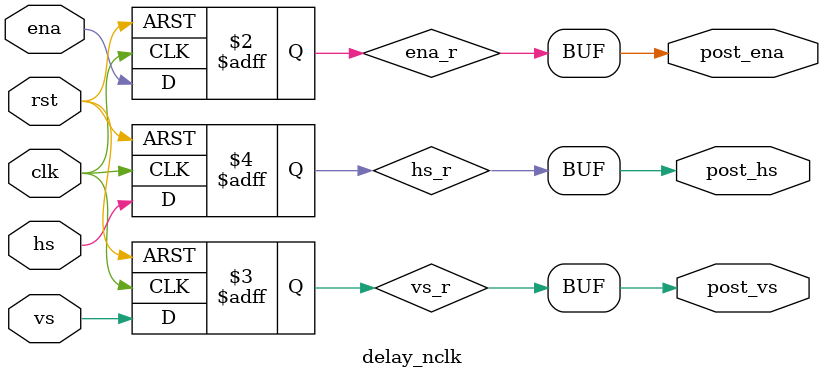
<source format=v>
`timescale 1ns / 1ps


module delay_nclk
#(
	parameter N = 1 	//延迟多少个clk
)
(
	input clk,
	input rst,
    input hs,
    input vs,
    input ena,
    output post_hs,
    output post_vs,
    output post_ena
    );
		
	reg [N - 1:0] ena_r;
	reg [N - 1:0] vs_r;
	reg [N - 1:0] hs_r;
	always@(posedge clk or posedge rst)
	begin
		if(rst)
		begin
			ena_r <= 0;
			vs_r <= 0;
			hs_r <= 0;
		end
		else
		begin
			ena_r <= {ena_r[N - 2:0],ena};
			vs_r <= {vs_r[N - 2:0],vs};
			hs_r <= {hs_r[N - 2:0],hs};
		end
	end
	
	assign post_hs = hs_r[N - 1];
	assign post_vs = vs_r[N - 1];
	assign post_ena = ena_r[N - 1];
	
endmodule

</source>
